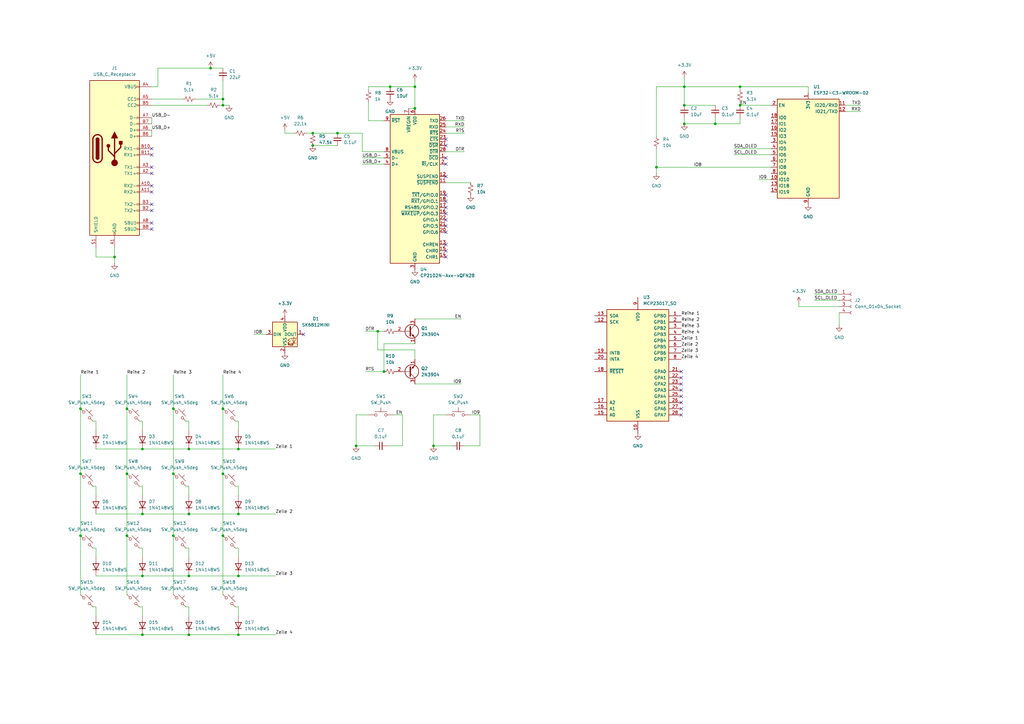
<source format=kicad_sch>
(kicad_sch (version 20250114) (generator "eeschema") (generator_version "9.0")
  (paper "A3")
  (lib_symbols
    (symbol "Connector:Conn_01x04_Socket" (pin_names (offset 1.016) (hide yes))
      (property "Reference" "J" (at 0 5.08 0))
      (property "Value" "Conn_01x04_Socket" (at 0 -7.62 0))
      (symbol "Conn_01x04_Socket_1_1"
        (pin passive line (at -5.08 2.54 0) (length 3.81) (name "Pin_1") (number "1"))
        (pin passive line (at -5.08 0 0) (length 3.81) (name "Pin_2") (number "2"))
        (pin passive line (at -5.08 -2.54 0) (length 3.81) (name "Pin_3") (number "3"))
        (pin passive line (at -5.08 -5.08 0) (length 3.81) (name "Pin_4") (number "4"))
      )
    )
    (symbol "Connector:USB_C_Receptacle" (pin_names (offset 1.016))
      (property "Reference" "J" (at -10.16 29.21 0))
      (property "Value" "USB_C_Receptacle" (at 10.16 29.21 0))
      (symbol "USB_C_Receptacle_1_1"
        (pin passive line (at -7.62 -40.64 90) (length 5.08) (name "SHIELD") (number "S1"))
        (pin passive line (at 0 -40.64 90) (length 5.08) (name "GND") (number "A1"))
        (pin passive line (at 0 -40.64 90) (length 5.08) (hide yes) (name "GND") (number "A12"))
        (pin passive line (at 0 -40.64 90) (length 5.08) (hide yes) (name "GND") (number "B1"))
        (pin passive line (at 0 -40.64 90) (length 5.08) (hide yes) (name "GND") (number "B12"))
        (pin passive line (at 15.24 25.4 180) (length 5.08) (name "VBUS") (number "A4"))
        (pin passive line (at 15.24 25.4 180) (length 5.08) (hide yes) (name "VBUS") (number "A9"))
        (pin passive line (at 15.24 25.4 180) (length 5.08) (hide yes) (name "VBUS") (number "B4"))
        (pin passive line (at 15.24 25.4 180) (length 5.08) (hide yes) (name "VBUS") (number "B9"))
        (pin bidirectional line (at 15.24 20.32 180) (length 5.08) (name "CC1") (number "A5"))
        (pin bidirectional line (at 15.24 17.78 180) (length 5.08) (name "CC2") (number "B5"))
        (pin bidirectional line (at 15.24 12.7 180) (length 5.08) (name "D-") (number "A7"))
        (pin bidirectional line (at 15.24 10.16 180) (length 5.08) (name "D-") (number "B7"))
        (pin bidirectional line (at 15.24 7.62 180) (length 5.08) (name "D+") (number "A6"))
        (pin bidirectional line (at 15.24 5.08 180) (length 5.08) (name "D+") (number "B6"))
        (pin bidirectional line (at 15.24 0 180) (length 5.08) (name "RX1-") (number "B10"))
        (pin bidirectional line (at 15.24 -2.54 180) (length 5.08) (name "RX1+") (number "B11"))
        (pin bidirectional line (at 15.24 -7.62 180) (length 5.08) (name "TX1-") (number "A3"))
        (pin bidirectional line (at 15.24 -10.16 180) (length 5.08) (name "TX1+") (number "A2"))
        (pin bidirectional line (at 15.24 -15.24 180) (length 5.08) (name "RX2-") (number "A10"))
        (pin bidirectional line (at 15.24 -17.78 180) (length 5.08) (name "RX2+") (number "A11"))
        (pin bidirectional line (at 15.24 -22.86 180) (length 5.08) (name "TX2-") (number "B3"))
        (pin bidirectional line (at 15.24 -25.4 180) (length 5.08) (name "TX2+") (number "B2"))
        (pin bidirectional line (at 15.24 -30.48 180) (length 5.08) (name "SBU1") (number "A8"))
        (pin bidirectional line (at 15.24 -33.02 180) (length 5.08) (name "SBU2") (number "B8"))
      )
    )
    (symbol "Device:C_Small" (pin_numbers (hide yes)) (pin_names (offset 0.254) (hide yes))
      (property "Reference" "C" (at 0.254 1.778 0))
      (property "Value" "C_Small" (at 0.254 -2.032 0))
      (symbol "C_Small_1_1"
        (pin passive line (at 0 2.54 270) (length 2.032) (name "~") (number "1"))
        (pin passive line (at 0 -2.54 90) (length 2.032) (name "~") (number "2"))
      )
    )
    (symbol "Device:R_Small_US" (pin_numbers (hide yes)) (pin_names (offset 0.254) (hide yes))
      (property "Reference" "R" (at 0.762 0.508 0))
      (property "Value" "R_Small_US" (at 0.762 -1.016 0))
      (symbol "R_Small_US_1_1"
        (pin passive line (at 0 2.54 270) (length 1.016) (name "~") (number "1"))
        (pin passive line (at 0 -2.54 90) (length 1.016) (name "~") (number "2"))
      )
    )
    (symbol "Diode:1N4148WS" (pin_numbers (hide yes)) (pin_names (hide yes))
      (property "Reference" "D" (at 0 2.54 0))
      (property "Value" "1N4148WS" (at 0 -2.54 0))
      (symbol "1N4148WS_1_1"
        (pin passive line (at -3.81 0 0) (length 2.54) (name "K") (number "1"))
        (pin passive line (at 3.81 0 180) (length 2.54) (name "A") (number "2"))
      )
    )
    (symbol "Interface_Expansion:MCP23017_SO" (pin_names (offset 1.016))
      (property "Reference" "U" (at -11.43 24.13 0))
      (property "Value" "MCP23017_SO" (at 0 0 0))
      (symbol "MCP23017_SO_1_1"
        (pin bidirectional line (at -17.78 20.32 0) (length 5.08) (name "SDA") (number "13"))
        (pin input line (at -17.78 17.78 0) (length 5.08) (name "SCK") (number "12"))
        (pin tri_state line (at -17.78 5.08 0) (length 5.08) (name "INTB") (number "19"))
        (pin tri_state line (at -17.78 2.54 0) (length 5.08) (name "INTA") (number "20"))
        (pin input line (at -17.78 -2.54 0) (length 5.08) (name "~{RESET}") (number "18"))
        (pin input line (at -17.78 -15.24 0) (length 5.08) (name "A2") (number "17"))
        (pin input line (at -17.78 -17.78 0) (length 5.08) (name "A1") (number "16"))
        (pin input line (at -17.78 -20.32 0) (length 5.08) (name "A0") (number "15"))
        (pin no_connect line (at -12.7 15.24 0) (length 5.08) (hide yes) (name "NC") (number "11"))
        (pin no_connect line (at -12.7 12.7 0) (length 5.08) (hide yes) (name "NC") (number "14"))
        (pin power_in line (at 0 27.94 270) (length 5.08) (name "VDD") (number "9"))
        (pin power_in line (at 0 -27.94 90) (length 5.08) (name "VSS") (number "10"))
        (pin bidirectional line (at 17.78 20.32 180) (length 5.08) (name "GPB0") (number "1"))
        (pin bidirectional line (at 17.78 17.78 180) (length 5.08) (name "GPB1") (number "2"))
        (pin bidirectional line (at 17.78 15.24 180) (length 5.08) (name "GPB2") (number "3"))
        (pin bidirectional line (at 17.78 12.7 180) (length 5.08) (name "GPB3") (number "4"))
        (pin bidirectional line (at 17.78 10.16 180) (length 5.08) (name "GPB4") (number "5"))
        (pin bidirectional line (at 17.78 7.62 180) (length 5.08) (name "GPB5") (number "6"))
        (pin bidirectional line (at 17.78 5.08 180) (length 5.08) (name "GPB6") (number "7"))
        (pin output line (at 17.78 2.54 180) (length 5.08) (name "GPB7") (number "8"))
        (pin bidirectional line (at 17.78 -2.54 180) (length 5.08) (name "GPA0") (number "21"))
        (pin bidirectional line (at 17.78 -5.08 180) (length 5.08) (name "GPA1") (number "22"))
        (pin bidirectional line (at 17.78 -7.62 180) (length 5.08) (name "GPA2") (number "23"))
        (pin bidirectional line (at 17.78 -10.16 180) (length 5.08) (name "GPA3") (number "24"))
        (pin bidirectional line (at 17.78 -12.7 180) (length 5.08) (name "GPA4") (number "25"))
        (pin bidirectional line (at 17.78 -15.24 180) (length 5.08) (name "GPA5") (number "26"))
        (pin bidirectional line (at 17.78 -17.78 180) (length 5.08) (name "GPA6") (number "27"))
        (pin output line (at 17.78 -20.32 180) (length 5.08) (name "GPA7") (number "28"))
      )
    )
    (symbol "Interface_USB:CP2102N-Axx-xQFN28"
      (property "Reference" "U" (at -8.89 31.75 0))
      (property "Value" "CP2102N-Axx-xQFN28" (at 12.7 31.75 0))
      (symbol "CP2102N-Axx-xQFN28_1_1"
        (pin input line (at -12.7 27.94 0) (length 2.54) (name "~{RST}") (number "9"))
        (pin input line (at -12.7 15.24 0) (length 2.54) (name "VBUS") (number "8"))
        (pin bidirectional line (at -12.7 12.7 0) (length 2.54) (name "D-") (number "5"))
        (pin bidirectional line (at -12.7 10.16 0) (length 2.54) (name "D+") (number "4"))
        (pin no_connect line (at -10.16 -27.94 0) (length 2.54) (hide yes) (name "NC") (number "10"))
        (pin power_in line (at -2.54 33.02 270) (length 2.54) (name "VREGIN") (number "7"))
        (pin power_in line (at 0 33.02 270) (length 2.54) (name "VDD") (number "6"))
        (pin passive line (at 0 -33.02 90) (length 2.54) (hide yes) (name "GND") (number "29"))
        (pin power_in line (at 0 -33.02 90) (length 2.54) (name "GND") (number "3"))
        (pin output line (at 12.7 27.94 180) (length 2.54) (name "TXD") (number "26"))
        (pin input line (at 12.7 25.4 180) (length 2.54) (name "RXD") (number "25"))
        (pin output line (at 12.7 22.86 180) (length 2.54) (name "~{RTS}") (number "24"))
        (pin input line (at 12.7 20.32 180) (length 2.54) (name "~{CTS}") (number "23"))
        (pin input line (at 12.7 17.78 180) (length 2.54) (name "~{DSR}") (number "27"))
        (pin output line (at 12.7 15.24 180) (length 2.54) (name "~{DTR}") (number "28"))
        (pin input line (at 12.7 12.7 180) (length 2.54) (name "~{DCD}") (number "1"))
        (pin bidirectional line (at 12.7 10.16 180) (length 2.54) (name "~{RI}/CLK") (number "2"))
        (pin output line (at 12.7 5.08 180) (length 2.54) (name "SUSPEND") (number "12"))
        (pin output line (at 12.7 2.54 180) (length 2.54) (name "~{SUSPEND}") (number "11"))
        (pin bidirectional line (at 12.7 -2.54 180) (length 2.54) (name "~{TXT}/GPIO.0") (number "19"))
        (pin bidirectional line (at 12.7 -5.08 180) (length 2.54) (name "~{RXT}/GPIO.1") (number "18"))
        (pin bidirectional line (at 12.7 -7.62 180) (length 2.54) (name "RS485/GPIO.2") (number "17"))
        (pin bidirectional line (at 12.7 -10.16 180) (length 2.54) (name "~{WAKEUP}/GPIO.3") (number "16"))
        (pin bidirectional line (at 12.7 -12.7 180) (length 2.54) (name "GPIO.4") (number "22"))
        (pin bidirectional line (at 12.7 -15.24 180) (length 2.54) (name "GPIO.5") (number "21"))
        (pin bidirectional line (at 12.7 -17.78 180) (length 2.54) (name "GPIO.6") (number "20"))
        (pin output line (at 12.7 -22.86 180) (length 2.54) (name "CHREN") (number "13"))
        (pin output line (at 12.7 -25.4 180) (length 2.54) (name "CHR0") (number "15"))
        (pin output line (at 12.7 -27.94 180) (length 2.54) (name "CHR1") (number "14"))
      )
    )
    (symbol "LED:SK6812MINI" (pin_names (offset 0.254))
      (property "Reference" "D" (at 5.08 5.715 0))
      (property "Value" "SK6812MINI" (at 1.27 -5.715 0))
      (symbol "SK6812MINI_0_0"
        (text "RGB" (at 2.286 -4.191 0) (effects (font (size 0.762 0.762))))
      )
      (symbol "SK6812MINI_1_1"
        (pin input line (at -7.62 0 0) (length 2.54) (name "DIN") (number "3"))
        (pin power_in line (at 0 7.62 270) (length 2.54) (name "VDD") (number "4"))
        (pin power_in line (at 0 -7.62 90) (length 2.54) (name "VSS") (number "2"))
        (pin output line (at 7.62 0 180) (length 2.54) (name "DOUT") (number "1"))
      )
    )
    (symbol "RF_Module:ESP32-C3-WROOM-02"
      (property "Reference" "U" (at -12.192 21.336 0))
      (property "Value" "ESP32-C3-WROOM-02" (at 12.192 21.336 0))
      (symbol "ESP32-C3-WROOM-02_1_1"
        (pin input line (at -15.24 17.78 0) (length 2.54) (name "EN") (number "2"))
        (pin bidirectional line (at -15.24 12.7 0) (length 2.54) (name "IO0") (number "18"))
        (pin bidirectional line (at -15.24 10.16 0) (length 2.54) (name "IO1") (number "17"))
        (pin bidirectional line (at -15.24 7.62 0) (length 2.54) (name "IO2") (number "16"))
        (pin bidirectional line (at -15.24 5.08 0) (length 2.54) (name "IO3") (number "15"))
        (pin bidirectional line (at -15.24 2.54 0) (length 2.54) (name "IO4") (number "3"))
        (pin bidirectional line (at -15.24 0 0) (length 2.54) (name "IO5") (number "4"))
        (pin bidirectional line (at -15.24 -2.54 0) (length 2.54) (name "IO6") (number "5"))
        (pin bidirectional line (at -15.24 -5.08 0) (length 2.54) (name "IO7") (number "6"))
        (pin bidirectional line (at -15.24 -7.62 0) (length 2.54) (name "IO8") (number "7"))
        (pin bidirectional line (at -15.24 -10.16 0) (length 2.54) (name "IO9") (number "8"))
        (pin bidirectional line (at -15.24 -12.7 0) (length 2.54) (name "IO10") (number "10"))
        (pin bidirectional line (at -15.24 -15.24 0) (length 2.54) (name "IO18") (number "13"))
        (pin bidirectional line (at -15.24 -17.78 0) (length 2.54) (name "IO19") (number "14"))
        (pin power_in line (at 0 22.86 270) (length 2.54) (name "3V3") (number "1"))
        (pin passive line (at 0 -22.86 90) (length 2.54) (hide yes) (name "GND") (number "19"))
        (pin power_in line (at 0 -22.86 90) (length 2.54) (name "GND") (number "9"))
        (pin bidirectional line (at 15.24 17.78 180) (length 2.54) (name "IO20/RXD") (number "11"))
        (pin bidirectional line (at 15.24 15.24 180) (length 2.54) (name "IO21/TXD") (number "12"))
      )
    )
    (symbol "Switch:SW_Push" (pin_numbers (hide yes)) (pin_names (offset 1.016) (hide yes))
      (property "Reference" "SW" (at 1.27 2.54 0))
      (property "Value" "SW_Push" (at 0 -1.524 0))
      (symbol "SW_Push_0_1"
        (pin passive line (at -5.08 0 0) (length 2.54) (name "1") (number "1"))
        (pin passive line (at 5.08 0 180) (length 2.54) (name "2") (number "2"))
      )
    )
    (symbol "Switch:SW_Push_45deg" (pin_numbers (hide yes)) (pin_names (offset 1.016) (hide yes))
      (property "Reference" "SW" (at 3.048 1.016 0))
      (property "Value" "SW_Push_45deg" (at 0 -3.81 0))
      (symbol "SW_Push_45deg_0_1"
        (pin passive line (at -2.54 2.54 0) (length 0) (name "1") (number "1"))
        (pin passive line (at 2.54 -2.54 180) (length 0) (name "2") (number "2"))
      )
    )
    (symbol "Transistor_BJT:2N3904" (pin_names (offset 0) (hide yes))
      (property "Reference" "Q" (at 5.08 1.905 0))
      (property "Value" "2N3904" (at 5.08 0 0))
      (symbol "2N3904_1_1"
        (pin input line (at -5.08 0 0) (length 2.54) (name "B") (number "2"))
        (pin passive line (at 2.54 5.08 270) (length 2.54) (name "C") (number "3"))
        (pin passive line (at 2.54 -5.08 90) (length 2.54) (name "E") (number "1"))
      )
    )
    (symbol "power:+3.3V" (power) (pin_numbers (hide yes)) (pin_names (offset 0) (hide yes))
      (property "Value" "+3.3V" (at 0 3.556 0))
      (symbol "+3.3V_1_1"
        (pin power_in line (at 0 0 90) (length 0) (name "~") (number "1"))
      )
    )
    (symbol "power:+5V" (power) (pin_numbers (hide yes)) (pin_names (offset 0) (hide yes))
      (property "Value" "+5V" (at 0 3.556 0))
      (symbol "+5V_1_1"
        (pin power_in line (at 0 0 90) (length 0) (name "~") (number "1"))
      )
    )
    (symbol "power:GND" (power) (pin_numbers (hide yes)) (pin_names (offset 0) (hide yes))
      (property "Value" "GND" (at 0 -3.81 0))
      (symbol "GND_1_1"
        (pin power_in line (at 0 0 270) (length 0) (name "~") (number "1"))
      )
    )
  )
  (junction (at 33.02 194.31))
  (junction (at 91.44 167.64))
  (junction (at 128.27 54.61))
  (junction (at 33.02 167.64))
  (junction (at 52.07 219.71))
  (junction (at 77.47 184.15))
  (junction (at 97.79 210.82))
  (junction (at 91.44 40.64))
  (junction (at 33.02 219.71))
  (junction (at 303.53 35.56))
  (junction (at 280.67 50.8))
  (junction (at 77.47 236.22))
  (junction (at 46.99 105.41))
  (junction (at 97.79 184.15))
  (junction (at 280.67 43.18))
  (junction (at 58.42 184.15))
  (junction (at 170.18 44.45))
  (junction (at 71.12 194.31))
  (junction (at 154.94 135.89))
  (junction (at 58.42 236.22))
  (junction (at 52.07 167.64))
  (junction (at 71.12 219.71))
  (junction (at 269.24 68.58))
  (junction (at 128.27 59.69))
  (junction (at 293.37 50.8))
  (junction (at 138.43 54.61))
  (junction (at 280.67 35.56))
  (junction (at 71.12 167.64))
  (junction (at 91.44 219.71))
  (junction (at 97.79 236.22))
  (junction (at 303.53 43.18))
  (junction (at 58.42 210.82))
  (junction (at 160.02 35.56))
  (junction (at 77.47 260.35))
  (junction (at 91.44 194.31))
  (junction (at 170.18 35.56))
  (junction (at 177.8 182.88))
  (junction (at 58.42 260.35))
  (junction (at 91.44 43.18))
  (junction (at 97.79 260.35))
  (junction (at 77.47 210.82))
  (junction (at 157.48 152.4))
  (junction (at 146.05 182.88))
  (junction (at 86.36 27.94))
  (junction (at 52.07 194.31))
  (no_connect (at 62.23 68.58))
  (no_connect (at 279.4 165.1))
  (no_connect (at 279.4 154.94))
  (no_connect (at 182.88 67.31))
  (no_connect (at 182.88 87.63))
  (no_connect (at 62.23 76.2))
  (no_connect (at 279.4 167.64))
  (no_connect (at 62.23 93.98))
  (no_connect (at 279.4 160.02))
  (no_connect (at 182.88 90.17))
  (no_connect (at 182.88 105.41))
  (no_connect (at 279.4 170.18))
  (no_connect (at 62.23 83.82))
  (no_connect (at 279.4 157.48))
  (no_connect (at 62.23 71.12))
  (no_connect (at 62.23 86.36))
  (no_connect (at 62.23 78.74))
  (no_connect (at 182.88 102.87))
  (no_connect (at 62.23 63.5))
  (no_connect (at 62.23 60.96))
  (no_connect (at 182.88 80.01))
  (no_connect (at 182.88 82.55))
  (no_connect (at 124.46 137.16))
  (no_connect (at 182.88 95.25))
  (no_connect (at 182.88 64.77))
  (no_connect (at 182.88 59.69))
  (no_connect (at 62.23 91.44))
  (no_connect (at 279.4 152.4))
  (no_connect (at 182.88 92.71))
  (no_connect (at 279.4 162.56))
  (no_connect (at 182.88 85.09))
  (no_connect (at 182.88 100.33))
  (no_connect (at 182.88 72.39))
  (no_connect (at 182.88 57.15))
  (wire (pts (xy 151.13 49.53) (xy 157.48 49.53)))
  (wire (pts (xy 39.37 184.15) (xy 58.42 184.15)))
  (wire (pts (xy 96.52 199.39) (xy 97.79 199.39)))
  (wire (pts (xy 39.37 172.72) (xy 39.37 176.53)))
  (wire (pts (xy 97.79 248.92) (xy 97.79 252.73)))
  (wire (pts (xy 170.18 130.81) (xy 189.23 130.81)))
  (wire (pts (xy 344.17 128.27) (xy 344.17 133.35)))
  (wire (pts (xy 71.12 219.71) (xy 71.12 243.84)))
  (wire (pts (xy 91.44 194.31) (xy 91.44 219.71)))
  (wire (pts (xy 64.77 35.56) (xy 64.77 27.94)))
  (wire (pts (xy 33.02 194.31) (xy 33.02 219.71)))
  (wire (pts (xy 86.36 27.94) (xy 91.44 27.94)))
  (wire (pts (xy 76.2 172.72) (xy 77.47 172.72)))
  (wire (pts (xy 46.99 101.6) (xy 46.99 105.41)))
  (wire (pts (xy 154.94 135.89) (xy 149.86 135.89)))
  (wire (pts (xy 57.15 224.79) (xy 58.42 224.79)))
  (wire (pts (xy 58.42 172.72) (xy 58.42 176.53)))
  (wire (pts (xy 300.99 63.5) (xy 316.23 63.5)))
  (wire (pts (xy 52.07 153.67) (xy 52.07 167.64)))
  (wire (pts (xy 52.07 167.64) (xy 52.07 194.31)))
  (wire (pts (xy 57.15 248.92) (xy 58.42 248.92)))
  (wire (pts (xy 76.2 224.79) (xy 77.47 224.79)))
  (wire (pts (xy 33.02 153.67) (xy 33.02 167.64)))
  (wire (pts (xy 62.23 48.26) (xy 62.23 50.8)))
  (wire (pts (xy 146.05 170.18) (xy 146.05 182.88)))
  (wire (pts (xy 76.2 199.39) (xy 77.47 199.39)))
  (wire (pts (xy 151.13 41.91) (xy 151.13 49.53)))
  (wire (pts (xy 303.53 50.8) (xy 293.37 50.8)))
  (wire (pts (xy 71.12 167.64) (xy 71.12 194.31)))
  (wire (pts (xy 151.13 170.18) (xy 146.05 170.18)))
  (wire (pts (xy 77.47 210.82) (xy 97.79 210.82)))
  (wire (pts (xy 96.52 172.72) (xy 97.79 172.72)))
  (wire (pts (xy 38.1 224.79) (xy 39.37 224.79)))
  (wire (pts (xy 116.84 53.34) (xy 116.84 54.61)))
  (wire (pts (xy 39.37 224.79) (xy 39.37 228.6)))
  (wire (pts (xy 331.47 35.56) (xy 303.53 35.56)))
  (wire (pts (xy 170.18 147.32) (xy 170.18 143.51)))
  (wire (pts (xy 346.71 45.72) (xy 353.06 45.72)))
  (wire (pts (xy 33.02 167.64) (xy 33.02 194.31)))
  (wire (pts (xy 76.2 248.92) (xy 77.47 248.92)))
  (wire (pts (xy 344.17 125.73) (xy 327.66 125.73)))
  (wire (pts (xy 62.23 40.64) (xy 74.93 40.64)))
  (wire (pts (xy 77.47 260.35) (xy 97.79 260.35)))
  (wire (pts (xy 334.01 123.19) (xy 344.17 123.19)))
  (wire (pts (xy 33.02 219.71) (xy 33.02 243.84)))
  (wire (pts (xy 303.53 48.26) (xy 303.53 50.8)))
  (wire (pts (xy 158.75 182.88) (xy 165.1 182.88)))
  (wire (pts (xy 148.59 64.77) (xy 157.48 64.77)))
  (wire (pts (xy 182.88 52.07) (xy 190.5 52.07)))
  (wire (pts (xy 57.15 172.72) (xy 58.42 172.72)))
  (wire (pts (xy 269.24 60.96) (xy 269.24 68.58)))
  (wire (pts (xy 161.29 170.18) (xy 165.1 170.18)))
  (wire (pts (xy 170.18 33.02) (xy 170.18 35.56)))
  (wire (pts (xy 148.59 54.61) (xy 148.59 62.23)))
  (wire (pts (xy 346.71 43.18) (xy 353.06 43.18)))
  (wire (pts (xy 151.13 35.56) (xy 160.02 35.56)))
  (wire (pts (xy 149.86 152.4) (xy 157.48 152.4)))
  (wire (pts (xy 280.67 43.18) (xy 293.37 43.18)))
  (wire (pts (xy 170.18 44.45) (xy 170.18 35.56)))
  (wire (pts (xy 157.48 135.89) (xy 154.94 135.89)))
  (wire (pts (xy 293.37 50.8) (xy 280.67 50.8)))
  (wire (pts (xy 97.79 184.15) (xy 113.03 184.15)))
  (wire (pts (xy 269.24 68.58) (xy 269.24 71.12)))
  (wire (pts (xy 280.67 35.56) (xy 303.53 35.56)))
  (wire (pts (xy 128.27 59.69) (xy 138.43 59.69)))
  (wire (pts (xy 182.88 74.93) (xy 193.04 74.93)))
  (wire (pts (xy 125.73 54.61) (xy 128.27 54.61)))
  (wire (pts (xy 269.24 35.56) (xy 280.67 35.56)))
  (wire (pts (xy 38.1 199.39) (xy 39.37 199.39)))
  (wire (pts (xy 116.84 54.61) (xy 120.65 54.61)))
  (wire (pts (xy 97.79 260.35) (xy 113.03 260.35)))
  (wire (pts (xy 58.42 248.92) (xy 58.42 252.73)))
  (wire (pts (xy 91.44 40.64) (xy 91.44 43.18)))
  (wire (pts (xy 97.79 236.22) (xy 113.03 236.22)))
  (wire (pts (xy 160.02 35.56) (xy 170.18 35.56)))
  (wire (pts (xy 148.59 67.31) (xy 157.48 67.31)))
  (wire (pts (xy 303.53 35.56) (xy 303.53 36.83)))
  (wire (pts (xy 39.37 236.22) (xy 58.42 236.22)))
  (wire (pts (xy 58.42 260.35) (xy 77.47 260.35)))
  (wire (pts (xy 39.37 199.39) (xy 39.37 203.2)))
  (wire (pts (xy 46.99 105.41) (xy 46.99 107.95)))
  (wire (pts (xy 39.37 210.82) (xy 58.42 210.82)))
  (wire (pts (xy 91.44 43.18) (xy 93.98 43.18)))
  (wire (pts (xy 38.1 172.72) (xy 39.37 172.72)))
  (wire (pts (xy 39.37 248.92) (xy 39.37 252.73)))
  (wire (pts (xy 91.44 43.18) (xy 90.17 43.18)))
  (wire (pts (xy 157.48 152.4) (xy 157.48 140.97)))
  (wire (pts (xy 77.47 248.92) (xy 77.47 252.73)))
  (wire (pts (xy 96.52 224.79) (xy 97.79 224.79)))
  (wire (pts (xy 58.42 199.39) (xy 58.42 203.2)))
  (wire (pts (xy 80.01 40.64) (xy 91.44 40.64)))
  (wire (pts (xy 77.47 172.72) (xy 77.47 176.53)))
  (wire (pts (xy 91.44 219.71) (xy 91.44 243.84)))
  (wire (pts (xy 77.47 224.79) (xy 77.47 228.6)))
  (wire (pts (xy 193.04 170.18) (xy 196.85 170.18)))
  (wire (pts (xy 62.23 43.18) (xy 85.09 43.18)))
  (wire (pts (xy 97.79 199.39) (xy 97.79 203.2)))
  (wire (pts (xy 303.53 43.18) (xy 316.23 43.18)))
  (wire (pts (xy 182.88 62.23) (xy 190.5 62.23)))
  (wire (pts (xy 77.47 184.15) (xy 97.79 184.15)))
  (wire (pts (xy 58.42 184.15) (xy 77.47 184.15)))
  (wire (pts (xy 71.12 194.31) (xy 71.12 219.71)))
  (wire (pts (xy 128.27 54.61) (xy 138.43 54.61)))
  (wire (pts (xy 62.23 35.56) (xy 64.77 35.56)))
  (wire (pts (xy 331.47 38.1) (xy 331.47 35.56)))
  (wire (pts (xy 71.12 153.67) (xy 71.12 167.64)))
  (wire (pts (xy 170.18 157.48) (xy 189.23 157.48)))
  (wire (pts (xy 170.18 143.51) (xy 154.94 143.51)))
  (wire (pts (xy 39.37 260.35) (xy 58.42 260.35)))
  (wire (pts (xy 138.43 54.61) (xy 148.59 54.61)))
  (wire (pts (xy 167.64 44.45) (xy 170.18 44.45)))
  (wire (pts (xy 38.1 248.92) (xy 39.37 248.92)))
  (wire (pts (xy 269.24 55.88) (xy 269.24 35.56)))
  (wire (pts (xy 182.88 170.18) (xy 177.8 170.18)))
  (wire (pts (xy 91.44 33.02) (xy 91.44 40.64)))
  (wire (pts (xy 300.99 60.96) (xy 316.23 60.96)))
  (wire (pts (xy 57.15 199.39) (xy 58.42 199.39)))
  (wire (pts (xy 58.42 210.82) (xy 77.47 210.82)))
  (wire (pts (xy 344.17 120.65) (xy 334.01 120.65)))
  (wire (pts (xy 165.1 170.18) (xy 165.1 182.88)))
  (wire (pts (xy 146.05 182.88) (xy 153.67 182.88)))
  (wire (pts (xy 58.42 224.79) (xy 58.42 228.6)))
  (wire (pts (xy 311.15 73.66) (xy 316.23 73.66)))
  (wire (pts (xy 52.07 194.31) (xy 52.07 219.71)))
  (wire (pts (xy 96.52 248.92) (xy 97.79 248.92)))
  (wire (pts (xy 182.88 54.61) (xy 190.5 54.61)))
  (wire (pts (xy 91.44 153.67) (xy 91.44 167.64)))
  (wire (pts (xy 293.37 48.26) (xy 293.37 50.8)))
  (wire (pts (xy 280.67 31.75) (xy 280.67 35.56)))
  (wire (pts (xy 303.53 41.91) (xy 303.53 43.18)))
  (wire (pts (xy 77.47 236.22) (xy 97.79 236.22)))
  (wire (pts (xy 177.8 182.88) (xy 185.42 182.88)))
  (wire (pts (xy 280.67 48.26) (xy 280.67 50.8)))
  (wire (pts (xy 77.47 199.39) (xy 77.47 203.2)))
  (wire (pts (xy 97.79 172.72) (xy 97.79 176.53)))
  (wire (pts (xy 97.79 210.82) (xy 113.03 210.82)))
  (wire (pts (xy 148.59 62.23) (xy 157.48 62.23)))
  (wire (pts (xy 154.94 143.51) (xy 154.94 135.89)))
  (wire (pts (xy 58.42 236.22) (xy 77.47 236.22)))
  (wire (pts (xy 64.77 27.94) (xy 86.36 27.94)))
  (wire (pts (xy 52.07 219.71) (xy 52.07 243.84)))
  (wire (pts (xy 62.23 53.34) (xy 62.23 55.88)))
  (wire (pts (xy 91.44 167.64) (xy 91.44 194.31)))
  (wire (pts (xy 177.8 170.18) (xy 177.8 182.88)))
  (wire (pts (xy 190.5 182.88) (xy 196.85 182.88)))
  (wire (pts (xy 269.24 68.58) (xy 316.23 68.58)))
  (wire (pts (xy 151.13 35.56) (xy 151.13 36.83)))
  (wire (pts (xy 39.37 101.6) (xy 39.37 105.41)))
  (wire (pts (xy 280.67 35.56) (xy 280.67 43.18)))
  (wire (pts (xy 157.48 140.97) (xy 170.18 140.97)))
  (wire (pts (xy 327.66 125.73) (xy 327.66 124.46)))
  (wire (pts (xy 97.79 224.79) (xy 97.79 228.6)))
  (wire (pts (xy 104.14 137.16) (xy 109.22 137.16)))
  (wire (pts (xy 182.88 49.53) (xy 190.5 49.53)))
  (wire (pts (xy 196.85 170.18) (xy 196.85 182.88)))
  (wire (pts (xy 39.37 105.41) (xy 46.99 105.41)))
  (label "Zeile 3" (at 113.03 236.22 0))
  (label "Zeile 2" (at 113.03 210.82 0))
  (label "DTR" (at 149.86 135.89 0))
  (label "IO8" (at 104.14 137.16 0))
  (label "DTR" (at 190.5 62.23 180))
  (label "SDA_OLED" (at 300.99 60.96 0))
  (label "SCL_OLED" (at 334.01 123.19 0))
  (label "Reihe 1" (at 279.4 129.54 0))
  (label "Zeile 4" (at 279.4 147.32 0))
  (label "USB_D+" (at 62.23 53.34 0))
  (label "IO9" (at 196.85 170.18 180))
  (label "IO8" (at 284.48 68.58 0))
  (label "Reihe 4" (at 279.4 137.16 0))
  (label "RXD" (at 190.5 52.07 180))
  (label "EN" (at 189.23 130.81 180))
  (label "SCL_OLED" (at 300.99 63.5 0))
  (label "Reihe 2" (at 279.4 132.08 0))
  (label "RXD" (at 353.06 45.72 180))
  (label "EN" (at 165.1 170.18 180))
  (label "TXD" (at 353.06 43.18 180))
  (label "Zeile 1" (at 279.4 139.7 0))
  (label "USB_D-" (at 62.23 48.26 0))
  (label "Reihe 1" (at 33.02 153.67 0))
  (label "EN" (at 303.53 43.18 0))
  (label "Zeile 2" (at 279.4 142.24 0))
  (label "IO9" (at 189.23 157.48 180))
  (label "Reihe 4" (at 91.44 153.67 0))
  (label "SDA_OLED" (at 334.01 120.65 0))
  (label "IO9" (at 311.15 73.66 0))
  (label "USB_D-" (at 148.59 64.77 0))
  (label "Reihe 2" (at 52.07 153.67 0))
  (label "RTS" (at 190.5 54.61 180))
  (label "Reihe 3" (at 279.4 134.62 0))
  (label "Zeile 3" (at 279.4 144.78 0))
  (label "TXD" (at 190.5 49.53 180))
  (label "USB_D+" (at 148.59 67.31 0))
  (label "Reihe 3" (at 71.12 153.67 0))
  (label "Zeile 1" (at 113.03 184.15 0))
  (label "Zeile 4" (at 113.03 260.35 0))
  (label "RTS" (at 149.86 152.4 0))
  (symbol (lib_id "Diode:1N4148WS") (at 77.47 207.01 90) (unit 1)
    (property "Reference" "D8" (at 80.01 205.7399 90) (effects (justify right)))
    (property "Value" "1N4148WS" (at 80.01 208.2799 90) (effects (justify right)))
    (property "Footprint" "Diode_SMD:D_SOD-323" (effects (hide yes)))
    (property "Datasheet" "https://www.vishay.com/docs/85751/1n4148ws.pdf" (effects (hide yes)))
    (property "Description" "75V 0.15A Fast switching Diode, SOD-323" (effects (hide yes)))
    (property "Sim.Device" "D" (effects (hide yes)))
    (property "Sim.Pins" "1=K 2=A" (effects (hide yes)))
  )
  (symbol (lib_id "Diode:1N4148WS") (at 77.47 180.34 90) (unit 1)
    (property "Reference" "D4" (at 80.01 179.0699 90) (effects (justify right)))
    (property "Value" "1N4148WS" (at 80.01 181.6099 90) (effects (justify right)))
    (property "Footprint" "Diode_SMD:D_SOD-323" (effects (hide yes)))
    (property "Datasheet" "https://www.vishay.com/docs/85751/1n4148ws.pdf" (effects (hide yes)))
    (property "Description" "75V 0.15A Fast switching Diode, SOD-323" (effects (hide yes)))
    (property "Sim.Device" "D" (effects (hide yes)))
    (property "Sim.Pins" "1=K 2=A" (effects (hide yes)))
  )
  (symbol (lib_id "Diode:1N4148WS") (at 77.47 256.54 90) (unit 1)
    (property "Reference" "D16" (at 80.01 255.2699 90) (effects (justify right)))
    (property "Value" "1N4148WS" (at 80.01 257.8099 90) (effects (justify right)))
    (property "Footprint" "Diode_SMD:D_SOD-323" (effects (hide yes)))
    (property "Datasheet" "https://www.vishay.com/docs/85751/1n4148ws.pdf" (effects (hide yes)))
    (property "Description" "75V 0.15A Fast switching Diode, SOD-323" (effects (hide yes)))
    (property "Sim.Device" "D" (effects (hide yes)))
    (property "Sim.Pins" "1=K 2=A" (effects (hide yes)))
  )
  (symbol (lib_id "Switch:SW_Push_45deg") (at 73.66 196.85 0) (unit 1)
    (property "Reference" "SW9" (at 73.66 189.23 0))
    (property "Value" "SW_Push_45deg" (at 73.66 191.77 0))
    (property "Description" "Push button switch, normally open, two pins, 45° tilted" (effects (hide yes)))
  )
  (symbol (lib_id "power:GND") (at 146.05 182.88 0) (unit 1)
    (property "Reference" "#PWR016" (effects (hide yes)))
    (property "Value" "GND" (at 146.05 187.96 0))
    (property "Description" "Power symbol creates a global label with name \"GND\" , ground" (effects (hide yes)))
  )
  (symbol (lib_id "power:+5V") (at 116.84 53.34 0) (unit 1)
    (property "Reference" "#PWR08" (effects (hide yes)))
    (property "Value" "+5V" (at 116.84 48.26 0))
    (property "Description" "Power symbol creates a global label with name \"+5V\"" (effects (hide yes)))
  )
  (symbol (lib_id "power:GND") (at 46.99 107.95 0) (unit 1)
    (property "Reference" "#PWR01" (effects (hide yes)))
    (property "Value" "GND" (at 46.99 113.03 0))
    (property "Description" "Power symbol creates a global label with name \"GND\" , ground" (effects (hide yes)))
  )
  (symbol (lib_id "Device:R_Small_US") (at 77.47 40.64 90) (unit 1)
    (property "Reference" "R1" (at 77.47 34.29 90))
    (property "Value" "5.1k" (at 77.47 36.83 90))
    (property "Description" "Resistor, small US symbol" (effects (hide yes)))
  )
  (symbol (lib_id "Switch:SW_Push_45deg") (at 54.61 196.85 0) (unit 1)
    (property "Reference" "SW8" (at 54.61 189.23 0))
    (property "Value" "SW_Push_45deg" (at 54.61 191.77 0))
    (property "Description" "Push button switch, normally open, two pins, 45° tilted" (effects (hide yes)))
  )
  (symbol (lib_id "Switch:SW_Push_45deg") (at 93.98 222.25 0) (unit 1)
    (property "Reference" "SW14" (at 93.98 214.63 0))
    (property "Value" "SW_Push_45deg" (at 93.98 217.17 0))
    (property "Description" "Push button switch, normally open, two pins, 45° tilted" (effects (hide yes)))
  )
  (symbol (lib_id "Switch:SW_Push") (at 156.21 170.18 0) (unit 1)
    (property "Reference" "SW1" (at 156.21 162.56 0))
    (property "Value" "SW_Push" (at 156.21 165.1 0))
    (property "Description" "Push button switch, generic, two pins" (effects (hide yes)))
  )
  (symbol (lib_id "Diode:1N4148WS") (at 39.37 232.41 90) (unit 1)
    (property "Reference" "D10" (at 41.91 231.1399 90) (effects (justify right)))
    (property "Value" "1N4148WS" (at 41.91 233.6799 90) (effects (justify right)))
    (property "Footprint" "Diode_SMD:D_SOD-323" (effects (hide yes)))
    (property "Datasheet" "https://www.vishay.com/docs/85751/1n4148ws.pdf" (effects (hide yes)))
    (property "Description" "75V 0.15A Fast switching Diode, SOD-323" (effects (hide yes)))
    (property "Sim.Device" "D" (effects (hide yes)))
    (property "Sim.Pins" "1=K 2=A" (effects (hide yes)))
  )
  (symbol (lib_id "Diode:1N4148WS") (at 97.79 207.01 90) (unit 1)
    (property "Reference" "D9" (at 100.33 205.7399 90) (effects (justify right)))
    (property "Value" "1N4148WS" (at 100.33 208.2799 90) (effects (justify right)))
    (property "Footprint" "Diode_SMD:D_SOD-323" (effects (hide yes)))
    (property "Datasheet" "https://www.vishay.com/docs/85751/1n4148ws.pdf" (effects (hide yes)))
    (property "Description" "75V 0.15A Fast switching Diode, SOD-323" (effects (hide yes)))
    (property "Sim.Device" "D" (effects (hide yes)))
    (property "Sim.Pins" "1=K 2=A" (effects (hide yes)))
  )
  (symbol (lib_id "power:GND") (at 344.17 133.35 0) (unit 1)
    (property "Reference" "#PWR018" (effects (hide yes)))
    (property "Value" "GND" (at 344.17 138.43 0))
    (property "Description" "Power symbol creates a global label with name \"GND\" , ground" (effects (hide yes)))
  )
  (symbol (lib_id "power:+5V") (at 86.36 27.94 0) (unit 1)
    (property "Reference" "#PWR07" (effects (hide yes)))
    (property "Value" "+5V" (at 86.36 22.86 0))
    (property "Description" "Power symbol creates a global label with name \"+5V\"" (effects (hide yes)))
  )
  (symbol (lib_id "power:GND") (at 331.47 83.82 0) (unit 1)
    (property "Reference" "#PWR03" (effects (hide yes)))
    (property "Value" "GND" (at 331.47 88.9 0))
    (property "Description" "Power symbol creates a global label with name \"GND\" , ground" (effects (hide yes)))
  )
  (symbol (lib_id "Device:R_Small_US") (at 123.19 54.61 270) (unit 1)
    (property "Reference" "R6" (at 123.19 48.26 90))
    (property "Value" "22.1k" (at 123.19 50.8 90))
    (property "Description" "Resistor, small US symbol" (effects (hide yes)))
  )
  (symbol (lib_id "power:GND") (at 116.84 144.78 0) (unit 1)
    (property "Reference" "#PWR015" (effects (hide yes)))
    (property "Value" "GND" (at 116.84 149.86 0))
    (property "Description" "Power symbol creates a global label with name \"GND\" , ground" (effects (hide yes)))
  )
  (symbol (lib_id "LED:SK6812MINI") (at 116.84 137.16 0) (unit 1)
    (property "Reference" "D1" (at 129.54 130.7398 0))
    (property "Value" "SK6812MINI" (at 129.54 133.2798 0))
    (property "Footprint" "LED_SMD:LED_SK6812MINI_PLCC4_3.5x3.5mm_P1.75mm" (effects (hide yes)))
    (property "Datasheet" "https://cdn-shop.adafruit.com/product-files/2686/SK6812MINI_REV.01-1-2.pdf" (effects (hide yes)))
    (property "Description" "RGB LED with integrated controller" (effects (hide yes)))
  )
  (symbol (lib_id "Diode:1N4148WS") (at 39.37 180.34 90) (unit 1)
    (property "Reference" "D2" (at 41.91 179.0699 90) (effects (justify right)))
    (property "Value" "1N4148WS" (at 41.91 181.6099 90) (effects (justify right)))
    (property "Footprint" "Diode_SMD:D_SOD-323" (effects (hide yes)))
    (property "Datasheet" "https://www.vishay.com/docs/85751/1n4148ws.pdf" (effects (hide yes)))
    (property "Description" "75V 0.15A Fast switching Diode, SOD-323" (effects (hide yes)))
    (property "Sim.Device" "D" (effects (hide yes)))
    (property "Sim.Pins" "1=K 2=A" (effects (hide yes)))
  )
  (symbol (lib_id "Switch:SW_Push_45deg") (at 93.98 170.18 0) (unit 1)
    (property "Reference" "SW6" (at 93.98 162.56 0))
    (property "Value" "SW_Push_45deg" (at 93.98 165.1 0))
    (property "Description" "Push button switch, normally open, two pins, 45° tilted" (effects (hide yes)))
  )
  (symbol (lib_id "Device:R_Small_US") (at 303.53 39.37 180) (unit 1)
    (property "Reference" "R3" (at 306.07 38.0999 0) (effects (justify right)))
    (property "Value" "5.1k" (at 306.07 40.6399 0) (effects (justify right)))
    (property "Description" "Resistor, small US symbol" (effects (hide yes)))
  )
  (symbol (lib_id "Device:C_Small") (at 160.02 38.1 0) (unit 1)
    (property "Reference" "C6" (at 162.56 36.8362 0) (effects (justify left)))
    (property "Value" "10uF" (at 162.56 39.3762 0) (effects (justify left)))
    (property "Description" "Unpolarized capacitor, small symbol" (effects (hide yes)))
  )
  (symbol (lib_id "Device:C_Small") (at 156.21 182.88 90) (unit 1)
    (property "Reference" "C7" (at 156.2163 176.53 90))
    (property "Value" "0.1uF" (at 156.2163 179.07 90))
    (property "Description" "Unpolarized capacitor, small symbol" (effects (hide yes)))
  )
  (symbol (lib_id "Switch:SW_Push_45deg") (at 54.61 222.25 0) (unit 1)
    (property "Reference" "SW12" (at 54.61 214.63 0))
    (property "Value" "SW_Push_45deg" (at 54.61 217.17 0))
    (property "Description" "Push button switch, normally open, two pins, 45° tilted" (effects (hide yes)))
  )
  (symbol (lib_id "Device:C_Small") (at 138.43 57.15 0) (unit 1)
    (property "Reference" "C5" (at 140.97 55.8862 0) (effects (justify left)))
    (property "Value" "0.1uF" (at 140.97 58.4262 0) (effects (justify left)))
    (property "Description" "Unpolarized capacitor, small symbol" (effects (hide yes)))
  )
  (symbol (lib_id "Diode:1N4148WS") (at 58.42 207.01 90) (unit 1)
    (property "Reference" "D7" (at 60.96 205.7399 90) (effects (justify right)))
    (property "Value" "1N4148WS" (at 60.96 208.2799 90) (effects (justify right)))
    (property "Footprint" "Diode_SMD:D_SOD-323" (effects (hide yes)))
    (property "Datasheet" "https://www.vishay.com/docs/85751/1n4148ws.pdf" (effects (hide yes)))
    (property "Description" "75V 0.15A Fast switching Diode, SOD-323" (effects (hide yes)))
    (property "Sim.Device" "D" (effects (hide yes)))
    (property "Sim.Pins" "1=K 2=A" (effects (hide yes)))
  )
  (symbol (lib_id "Switch:SW_Push_45deg") (at 54.61 246.38 0) (unit 1)
    (property "Reference" "SW16" (at 54.61 238.76 0))
    (property "Value" "SW_Push_45deg" (at 54.61 241.3 0))
    (property "Description" "Push button switch, normally open, two pins, 45° tilted" (effects (hide yes)))
  )
  (symbol (lib_id "Connector:USB_C_Receptacle") (at 46.99 60.96 0) (unit 1)
    (property "Reference" "J1" (at 46.99 27.94 0))
    (property "Value" "USB_C_Receptacle" (at 46.99 30.48 0))
    (property "Datasheet" "https://www.usb.org/sites/default/files/documents/usb_type-c.zip" (effects (hide yes)))
    (property "Description" "USB Full-Featured Type-C Receptacle connector" (effects (hide yes)))
  )
  (symbol (lib_id "Device:C_Small") (at 187.96 182.88 90) (unit 1)
    (property "Reference" "C8" (at 187.9663 176.53 90))
    (property "Value" "0.1uF" (at 187.9663 179.07 90))
    (property "Description" "Unpolarized capacitor, small symbol" (effects (hide yes)))
  )
  (symbol (lib_id "Transistor_BJT:2N3904") (at 167.64 135.89 0) (unit 1)
    (property "Reference" "Q1" (at 172.72 134.6199 0) (effects (justify left)))
    (property "Value" "2N3904" (at 172.72 137.1599 0) (effects (justify left)))
    (property "Footprint" "Package_TO_SOT_THT:TO-92_Inline" (effects (hide yes)))
    (property "Datasheet" "https://www.onsemi.com/pub/Collateral/2N3903-D.PDF" (effects (hide yes)))
    (property "Description" "0.2A Ic, 40V Vce, Small Signal NPN Transistor, TO-92" (effects (hide yes)))
  )
  (symbol (lib_id "Switch:SW_Push_45deg") (at 93.98 246.38 0) (unit 1)
    (property "Reference" "SW18" (at 93.98 238.76 0))
    (property "Value" "SW_Push_45deg" (at 93.98 241.3 0))
    (property "Description" "Push button switch, normally open, two pins, 45° tilted" (effects (hide yes)))
  )
  (symbol (lib_id "Transistor_BJT:2N3904") (at 167.64 152.4 0) (mirror x) (unit 1)
    (property "Reference" "Q2" (at 172.72 151.1299 0) (effects (justify left)))
    (property "Value" "2N3904" (at 172.72 153.6699 0) (effects (justify left)))
    (property "Footprint" "Package_TO_SOT_THT:TO-92_Inline" (effects (hide yes)))
    (property "Datasheet" "https://www.onsemi.com/pub/Collateral/2N3903-D.PDF" (effects (hide yes)))
    (property "Description" "0.2A Ic, 40V Vce, Small Signal NPN Transistor, TO-92" (effects (hide yes)))
  )
  (symbol (lib_id "RF_Module:ESP32-C3-WROOM-02") (at 331.47 60.96 0) (unit 1)
    (property "Reference" "U1" (at 333.6133 35.56 0) (effects (justify left)))
    (property "Value" "ESP32-C3-WROOM-02" (at 333.6133 38.1 0) (effects (justify left)))
    (property "Footprint" "RF_Module:ESP32-C3-WROOM-02" (effects (hide yes)))
    (property "Datasheet" "https://www.espressif.com/sites/default/files/documentation/esp32-c3-wroom-02_datasheet_en.pdf" (effects (hide yes)))
    (property "Description" "802.11 b/g/n Wi­Fi and Bluetooth 5 module, ESP32­C3 SoC, RISC­V microprocessor, On-board antenna" (effects (hide yes)))
  )
  (symbol (lib_id "power:+3.3V") (at 170.18 33.02 0) (unit 1)
    (property "Reference" "#PWR010" (effects (hide yes)))
    (property "Value" "+3.3V" (at 170.18 27.94 0))
    (property "Description" "Power symbol creates a global label with name \"+3.3V\"" (effects (hide yes)))
  )
  (symbol (lib_id "Switch:SW_Push_45deg") (at 73.66 170.18 0) (unit 1)
    (property "Reference" "SW5" (at 73.66 162.56 0))
    (property "Value" "SW_Push_45deg" (at 73.66 165.1 0))
    (property "Description" "Push button switch, normally open, two pins, 45° tilted" (effects (hide yes)))
  )
  (symbol (lib_id "power:GND") (at 177.8 182.88 0) (unit 1)
    (property "Reference" "#PWR017" (effects (hide yes)))
    (property "Value" "GND" (at 177.8 187.96 0))
    (property "Description" "Power symbol creates a global label with name \"GND\" , ground" (effects (hide yes)))
  )
  (symbol (lib_id "power:GND") (at 269.24 71.12 0) (unit 1)
    (property "Reference" "#PWR06" (effects (hide yes)))
    (property "Value" "GND" (at 269.24 76.2 0))
    (property "Description" "Power symbol creates a global label with name \"GND\" , ground" (effects (hide yes)))
  )
  (symbol (lib_id "Device:R_Small_US") (at 269.24 58.42 180) (unit 1)
    (property "Reference" "R4" (at 271.78 57.1499 0) (effects (justify right)))
    (property "Value" "10k" (at 271.78 59.6899 0) (effects (justify right)))
    (property "Description" "Resistor, small US symbol" (effects (hide yes)))
  )
  (symbol (lib_id "Switch:SW_Push_45deg") (at 35.56 170.18 0) (unit 1)
    (property "Reference" "SW3" (at 35.56 162.56 0))
    (property "Value" "SW_Push_45deg" (at 35.56 165.1 0))
    (property "Description" "Push button switch, normally open, two pins, 45° tilted" (effects (hide yes)))
  )
  (symbol (lib_id "Switch:SW_Push_45deg") (at 35.56 246.38 0) (unit 1)
    (property "Reference" "SW15" (at 35.56 238.76 0))
    (property "Value" "SW_Push_45deg" (at 35.56 241.3 0))
    (property "Description" "Push button switch, normally open, two pins, 45° tilted" (effects (hide yes)))
  )
  (symbol (lib_id "power:GND") (at 128.27 59.69 0) (unit 1)
    (property "Reference" "#PWR09" (effects (hide yes)))
    (property "Value" "GND" (at 128.27 64.77 0))
    (property "Description" "Power symbol creates a global label with name \"GND\" , ground" (effects (hide yes)))
  )
  (symbol (lib_id "power:+3.3V") (at 280.67 31.75 0) (unit 1)
    (property "Reference" "#PWR04" (effects (hide yes)))
    (property "Value" "+3.3V" (at 280.67 26.67 0))
    (property "Description" "Power symbol creates a global label with name \"+3.3V\"" (effects (hide yes)))
  )
  (symbol (lib_id "Device:R_Small_US") (at 160.02 135.89 270) (unit 1)
    (property "Reference" "R9" (at 160.02 129.54 90))
    (property "Value" "10k" (at 160.02 132.08 90))
    (property "Description" "Resistor, small US symbol" (effects (hide yes)))
  )
  (symbol (lib_id "Diode:1N4148WS") (at 39.37 207.01 90) (unit 1)
    (property "Reference" "D6" (at 41.91 205.7399 90) (effects (justify right)))
    (property "Value" "1N4148WS" (at 41.91 208.2799 90) (effects (justify right)))
    (property "Footprint" "Diode_SMD:D_SOD-323" (effects (hide yes)))
    (property "Datasheet" "https://www.vishay.com/docs/85751/1n4148ws.pdf" (effects (hide yes)))
    (property "Description" "75V 0.15A Fast switching Diode, SOD-323" (effects (hide yes)))
    (property "Sim.Device" "D" (effects (hide yes)))
    (property "Sim.Pins" "1=K 2=A" (effects (hide yes)))
  )
  (symbol (lib_id "Device:C_Small") (at 280.67 45.72 0) (unit 1)
    (property "Reference" "C2" (at 283.21 44.4562 0) (effects (justify left)))
    (property "Value" "10uF" (at 283.21 46.9962 0) (effects (justify left)))
    (property "Description" "Unpolarized capacitor, small symbol" (effects (hide yes)))
  )
  (symbol (lib_id "power:GND") (at 280.67 50.8 0) (unit 1)
    (property "Reference" "#PWR05" (effects (hide yes)))
    (property "Value" "GND" (at 280.67 55.88 0))
    (property "Description" "Power symbol creates a global label with name \"GND\" , ground" (effects (hide yes)))
  )
  (symbol (lib_id "Device:R_Small_US") (at 193.04 77.47 180) (unit 1)
    (property "Reference" "R7" (at 195.58 76.1999 0) (effects (justify right)))
    (property "Value" "10k" (at 195.58 78.7399 0) (effects (justify right)))
    (property "Description" "Resistor, small US symbol" (effects (hide yes)))
  )
  (symbol (lib_id "Diode:1N4148WS") (at 97.79 256.54 90) (unit 1)
    (property "Reference" "D17" (at 100.33 255.2699 90) (effects (justify right)))
    (property "Value" "1N4148WS" (at 100.33 257.8099 90) (effects (justify right)))
    (property "Footprint" "Diode_SMD:D_SOD-323" (effects (hide yes)))
    (property "Datasheet" "https://www.vishay.com/docs/85751/1n4148ws.pdf" (effects (hide yes)))
    (property "Description" "75V 0.15A Fast switching Diode, SOD-323" (effects (hide yes)))
    (property "Sim.Device" "D" (effects (hide yes)))
    (property "Sim.Pins" "1=K 2=A" (effects (hide yes)))
  )
  (symbol (lib_id "Diode:1N4148WS") (at 58.42 180.34 90) (unit 1)
    (property "Reference" "D3" (at 60.96 179.0699 90) (effects (justify right)))
    (property "Value" "1N4148WS" (at 60.96 181.6099 90) (effects (justify right)))
    (property "Footprint" "Diode_SMD:D_SOD-323" (effects (hide yes)))
    (property "Datasheet" "https://www.vishay.com/docs/85751/1n4148ws.pdf" (effects (hide yes)))
    (property "Description" "75V 0.15A Fast switching Diode, SOD-323" (effects (hide yes)))
    (property "Sim.Device" "D" (effects (hide yes)))
    (property "Sim.Pins" "1=K 2=A" (effects (hide yes)))
  )
  (symbol (lib_id "Switch:SW_Push_45deg") (at 73.66 246.38 0) (unit 1)
    (property "Reference" "SW17" (at 73.66 238.76 0))
    (property "Value" "SW_Push_45deg" (at 73.66 241.3 0))
    (property "Description" "Push button switch, normally open, two pins, 45° tilted" (effects (hide yes)))
  )
  (symbol (lib_id "Switch:SW_Push") (at 187.96 170.18 0) (unit 1)
    (property "Reference" "SW2" (at 187.96 162.56 0))
    (property "Value" "SW_Push" (at 187.96 165.1 0))
    (property "Description" "Push button switch, generic, two pins" (effects (hide yes)))
  )
  (symbol (lib_id "Switch:SW_Push_45deg") (at 35.56 196.85 0) (unit 1)
    (property "Reference" "SW7" (at 35.56 189.23 0))
    (property "Value" "SW_Push_45deg" (at 35.56 191.77 0))
    (property "Description" "Push button switch, normally open, two pins, 45° tilted" (effects (hide yes)))
  )
  (symbol (lib_id "Connector:Conn_01x04_Socket") (at 349.25 123.19 0) (unit 1)
    (property "Reference" "J2" (at 350.52 123.1899 0) (effects (justify left)))
    (property "Value" "Conn_01x04_Socket" (at 350.52 125.7299 0) (effects (justify left)))
    (property "Description" "Generic connector, single row, 01x04, script generated" (effects (hide yes)))
  )
  (symbol (lib_id "Device:R_Small_US") (at 87.63 43.18 270) (unit 1)
    (property "Reference" "R2" (at 87.63 36.83 90))
    (property "Value" "5.1k" (at 87.63 39.37 90))
    (property "Description" "Resistor, small US symbol" (effects (hide yes)))
  )
  (symbol (lib_id "Device:C_Small") (at 293.37 45.72 0) (unit 1)
    (property "Reference" "C3" (at 295.91 44.4562 0) (effects (justify left)))
    (property "Value" "0.1uF" (at 295.91 46.9962 0) (effects (justify left)))
    (property "Description" "Unpolarized capacitor, small symbol" (effects (hide yes)))
  )
  (symbol (lib_id "Switch:SW_Push_45deg") (at 54.61 170.18 0) (unit 1)
    (property "Reference" "SW4" (at 54.61 162.56 0))
    (property "Value" "SW_Push_45deg" (at 54.61 165.1 0))
    (property "Description" "Push button switch, normally open, two pins, 45° tilted" (effects (hide yes)))
  )
  (symbol (lib_id "Device:R_Small_US") (at 128.27 57.15 180) (unit 1)
    (property "Reference" "R5" (at 130.81 55.8799 0) (effects (justify right)))
    (property "Value" "47.5k" (at 130.81 58.4199 0) (effects (justify right)))
    (property "Description" "Resistor, small US symbol" (effects (hide yes)))
  )
  (symbol (lib_id "Interface_USB:CP2102N-Axx-xQFN28") (at 170.18 77.47 0) (unit 1)
    (property "Reference" "U4" (at 172.3233 110.49 0) (effects (justify left)))
    (property "Value" "CP2102N-Axx-xQFN28" (at 172.3233 113.03 0) (effects (justify left)))
    (property "Footprint" "Package_DFN_QFN:QFN-28-1EP_5x5mm_P0.5mm_EP3.35x3.35mm" (effects (hide yes)))
    (property "Datasheet" "https://www.silabs.com/documents/public/data-sheets/cp2102n-datasheet.pdf" (effects (hide yes)))
    (property "Description" "USB to UART master bridge, QFN-28" (effects (hide yes)))
  )
  (symbol (lib_id "Diode:1N4148WS") (at 97.79 232.41 90) (unit 1)
    (property "Reference" "D13" (at 100.33 231.1399 90) (effects (justify right)))
    (property "Value" "1N4148WS" (at 100.33 233.6799 90) (effects (justify right)))
    (property "Footprint" "Diode_SMD:D_SOD-323" (effects (hide yes)))
    (property "Datasheet" "https://www.vishay.com/docs/85751/1n4148ws.pdf" (effects (hide yes)))
    (property "Description" "75V 0.15A Fast switching Diode, SOD-323" (effects (hide yes)))
    (property "Sim.Device" "D" (effects (hide yes)))
    (property "Sim.Pins" "1=K 2=A" (effects (hide yes)))
  )
  (symbol (lib_id "Switch:SW_Push_45deg") (at 73.66 222.25 0) (unit 1)
    (property "Reference" "SW13" (at 73.66 214.63 0))
    (property "Value" "SW_Push_45deg" (at 73.66 217.17 0))
    (property "Description" "Push button switch, normally open, two pins, 45° tilted" (effects (hide yes)))
  )
  (symbol (lib_id "Diode:1N4148WS") (at 58.42 256.54 90) (unit 1)
    (property "Reference" "D15" (at 60.96 255.2699 90) (effects (justify right)))
    (property "Value" "1N4148WS" (at 60.96 257.8099 90) (effects (justify right)))
    (property "Footprint" "Diode_SMD:D_SOD-323" (effects (hide yes)))
    (property "Datasheet" "https://www.vishay.com/docs/85751/1n4148ws.pdf" (effects (hide yes)))
    (property "Description" "75V 0.15A Fast switching Diode, SOD-323" (effects (hide yes)))
    (property "Sim.Device" "D" (effects (hide yes)))
    (property "Sim.Pins" "1=K 2=A" (effects (hide yes)))
  )
  (symbol (lib_id "Diode:1N4148WS") (at 39.37 256.54 90) (unit 1)
    (property "Reference" "D14" (at 41.91 255.2699 90) (effects (justify right)))
    (property "Value" "1N4148WS" (at 41.91 257.8099 90) (effects (justify right)))
    (property "Footprint" "Diode_SMD:D_SOD-323" (effects (hide yes)))
    (property "Datasheet" "https://www.vishay.com/docs/85751/1n4148ws.pdf" (effects (hide yes)))
    (property "Description" "75V 0.15A Fast switching Diode, SOD-323" (effects (hide yes)))
    (property "Sim.Device" "D" (effects (hide yes)))
    (property "Sim.Pins" "1=K 2=A" (effects (hide yes)))
  )
  (symbol (lib_id "Diode:1N4148WS") (at 58.42 232.41 90) (unit 1)
    (property "Reference" "D11" (at 60.96 231.1399 90) (effects (justify right)))
    (property "Value" "1N4148WS" (at 60.96 233.6799 90) (effects (justify right)))
    (property "Footprint" "Diode_SMD:D_SOD-323" (effects (hide yes)))
    (property "Datasheet" "https://www.vishay.com/docs/85751/1n4148ws.pdf" (effects (hide yes)))
    (property "Description" "75V 0.15A Fast switching Diode, SOD-323" (effects (hide yes)))
    (property "Sim.Device" "D" (effects (hide yes)))
    (property "Sim.Pins" "1=K 2=A" (effects (hide yes)))
  )
  (symbol (lib_id "power:+3.3V") (at 116.84 129.54 0) (unit 1)
    (property "Reference" "#PWR014" (effects (hide yes)))
    (property "Value" "+3.3V" (at 116.84 124.46 0))
    (property "Description" "Power symbol creates a global label with name \"+3.3V\"" (effects (hide yes)))
  )
  (symbol (lib_id "Device:C_Small") (at 303.53 45.72 0) (unit 1)
    (property "Reference" "C4" (at 306.07 44.4562 0) (effects (justify left)))
    (property "Value" "0.1uF" (at 306.07 46.9962 0) (effects (justify left)))
    (property "Description" "Unpolarized capacitor, small symbol" (effects (hide yes)))
  )
  (symbol (lib_id "Diode:1N4148WS") (at 77.47 232.41 90) (unit 1)
    (property "Reference" "D12" (at 80.01 231.1399 90) (effects (justify right)))
    (property "Value" "1N4148WS" (at 80.01 233.6799 90) (effects (justify right)))
    (property "Footprint" "Diode_SMD:D_SOD-323" (effects (hide yes)))
    (property "Datasheet" "https://www.vishay.com/docs/85751/1n4148ws.pdf" (effects (hide yes)))
    (property "Description" "75V 0.15A Fast switching Diode, SOD-323" (effects (hide yes)))
    (property "Sim.Device" "D" (effects (hide yes)))
    (property "Sim.Pins" "1=K 2=A" (effects (hide yes)))
  )
  (symbol (lib_id "power:+3.3V") (at 327.66 124.46 0) (unit 1)
    (property "Reference" "#PWR019" (effects (hide yes)))
    (property "Value" "+3.3V" (at 327.66 119.38 0))
    (property "Description" "Power symbol creates a global label with name \"+3.3V\"" (effects (hide yes)))
  )
  (symbol (lib_id "Device:R_Small_US") (at 151.13 39.37 180) (unit 1)
    (property "Reference" "R8" (at 153.67 38.0999 0) (effects (justify right)))
    (property "Value" "1k" (at 153.67 40.6399 0) (effects (justify right)))
    (property "Description" "Resistor, small US symbol" (effects (hide yes)))
  )
  (symbol (lib_id "Device:C_Small") (at 91.44 30.48 0) (unit 1)
    (property "Reference" "C1" (at 93.98 29.2162 0) (effects (justify left)))
    (property "Value" "22uF" (at 93.98 31.7562 0) (effects (justify left)))
    (property "Description" "Unpolarized capacitor, small symbol" (effects (hide yes)))
  )
  (symbol (lib_id "power:GND") (at 170.18 110.49 0) (unit 1)
    (property "Reference" "#PWR012" (effects (hide yes)))
    (property "Value" "GND" (at 170.18 115.57 0))
    (property "Description" "Power symbol creates a global label with name \"GND\" , ground" (effects (hide yes)))
  )
  (symbol (lib_id "Diode:1N4148WS") (at 97.79 180.34 90) (unit 1)
    (property "Reference" "D5" (at 100.33 179.0699 90) (effects (justify right)))
    (property "Value" "1N4148WS" (at 100.33 181.6099 90) (effects (justify right)))
    (property "Footprint" "Diode_SMD:D_SOD-323" (effects (hide yes)))
    (property "Datasheet" "https://www.vishay.com/docs/85751/1n4148ws.pdf" (effects (hide yes)))
    (property "Description" "75V 0.15A Fast switching Diode, SOD-323" (effects (hide yes)))
    (property "Sim.Device" "D" (effects (hide yes)))
    (property "Sim.Pins" "1=K 2=A" (effects (hide yes)))
  )
  (symbol (lib_id "Device:R_Small_US") (at 160.02 152.4 90) (unit 1)
    (property "Reference" "R10" (at 160.02 146.05 90))
    (property "Value" "10k" (at 160.02 148.59 90))
    (property "Description" "Resistor, small US symbol" (effects (hide yes)))
  )
  (symbol (lib_id "power:GND") (at 160.02 40.64 0) (unit 1)
    (property "Reference" "#PWR011" (effects (hide yes)))
    (property "Value" "GND" (at 160.02 45.72 0))
    (property "Description" "Power symbol creates a global label with name \"GND\" , ground" (effects (hide yes)))
  )
  (symbol (lib_id "Switch:SW_Push_45deg") (at 93.98 196.85 0) (unit 1)
    (property "Reference" "SW10" (at 93.98 189.23 0))
    (property "Value" "SW_Push_45deg" (at 93.98 191.77 0))
    (property "Description" "Push button switch, normally open, two pins, 45° tilted" (effects (hide yes)))
  )
  (symbol (lib_id "power:GND") (at 93.98 43.18 0) (unit 1)
    (property "Reference" "#PWR02" (effects (hide yes)))
    (property "Value" "GND" (at 93.98 48.26 0))
    (property "Description" "Power symbol creates a global label with name \"GND\" , ground" (effects (hide yes)))
  )
  (symbol (lib_id "power:GND") (at 193.04 80.01 0) (unit 1)
    (property "Reference" "#PWR013" (effects (hide yes)))
    (property "Value" "GND" (at 193.04 85.09 0))
    (property "Description" "Power symbol creates a global label with name \"GND\" , ground" (effects (hide yes)))
  )
  (symbol (lib_id "Switch:SW_Push_45deg") (at 35.56 222.25 0) (unit 1)
    (property "Reference" "SW11" (at 35.56 214.63 0))
    (property "Value" "SW_Push_45deg" (at 35.56 217.17 0))
    (property "Description" "Push button switch, normally open, two pins, 45° tilted" (effects (hide yes)))
  )
  (symbol (lib_id "Interface_Expansion:MCP23017_SO") (at 261.62 149.86 0) (unit 1)
    (property "Reference" "U3" (at 263.7633 121.92 0) (effects (justify left)))
    (property "Value" "MCP23017_SO" (at 263.7633 124.46 0) (effects (justify left)))
    (property "Footprint" "Package_SO:SOIC-28W_7.5x17.9mm_P1.27mm" (effects (hide yes)))
    (property "Datasheet" "https://ww1.microchip.com/downloads/aemDocuments/documents/APID/ProductDocuments/DataSheets/MCP23017-Data-Sheet-DS20001952.pdf" (effects (hide yes)))
    (property "Description" "16-bit I/O expander, I2C, interrupts, w pull-ups, GPA/B7 output only (https://microchip.my.site.com/s/article/GPA7---GPB7-Cannot-Be-Used-as-Inputs-In-MCP23017),  SOIC-28" (effects (hide yes)))
  )
  (symbol (lib_id "power:GND") (at 261.62 177.8 0) (unit 1)
    (property "Reference" "#PWR020" (effects (hide yes)))
    (property "Value" "GND" (at 261.62 182.88 0))
    (property "Description" "Power symbol creates a global label with name \"GND\" , ground" (effects (hide yes)))
  )
)
</source>
